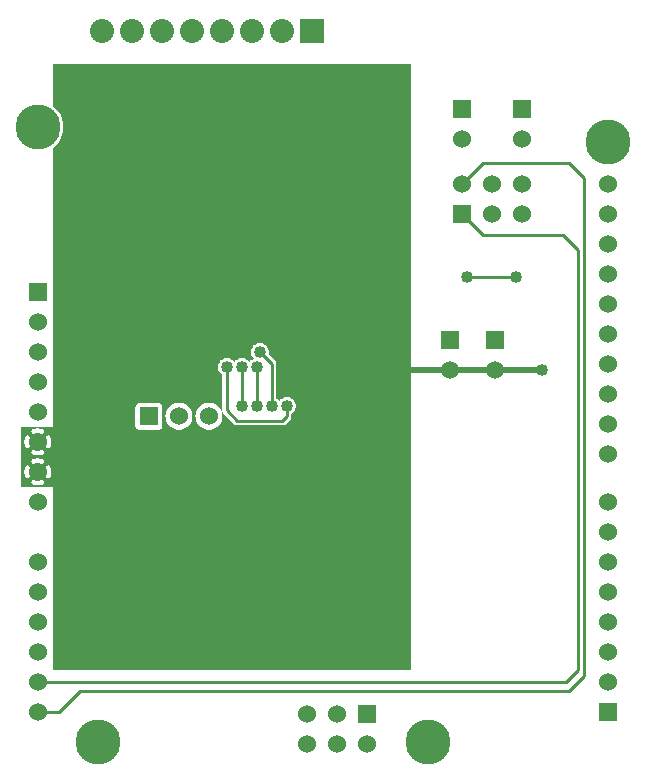
<source format=gbr>
G04 start of page 3 for group 1 idx 1 *
G04 Title: (unknown), solder *
G04 Creator: pcb 20110918 *
G04 CreationDate: Sat 02 Feb 2013 09:15:24 PM GMT UTC *
G04 For: petersen *
G04 Format: Gerber/RS-274X *
G04 PCB-Dimensions: 210000 270000 *
G04 PCB-Coordinate-Origin: lower left *
%MOIN*%
%FSLAX25Y25*%
%LNBOTTOM*%
%ADD40C,0.0480*%
%ADD39C,0.1285*%
%ADD38C,0.0380*%
%ADD37C,0.0400*%
%ADD36C,0.0800*%
%ADD35C,0.1500*%
%ADD34C,0.0600*%
%ADD33C,0.0200*%
%ADD32C,0.0100*%
%ADD31C,0.0001*%
G54D31*G36*
X82995Y236000D02*X134500D01*
Y34000D01*
X82995D01*
Y115500D01*
X91441D01*
X91500Y115495D01*
X91735Y115514D01*
X91735Y115514D01*
X91965Y115569D01*
X92183Y115659D01*
X92384Y115783D01*
X92564Y115936D01*
X92602Y115981D01*
X94019Y117398D01*
X94064Y117436D01*
X94217Y117615D01*
X94217Y117616D01*
X94341Y117817D01*
X94431Y118035D01*
X94486Y118265D01*
X94505Y118500D01*
X94500Y118559D01*
Y119401D01*
X94769Y119565D01*
X95128Y119872D01*
X95435Y120231D01*
X95681Y120634D01*
X95862Y121070D01*
X95972Y121529D01*
X96000Y122000D01*
X95972Y122471D01*
X95862Y122930D01*
X95681Y123366D01*
X95435Y123769D01*
X95128Y124128D01*
X94769Y124435D01*
X94366Y124681D01*
X93930Y124862D01*
X93471Y124972D01*
X93000Y125009D01*
X92529Y124972D01*
X92070Y124862D01*
X91634Y124681D01*
X91231Y124435D01*
X90872Y124128D01*
X90565Y123769D01*
X90500Y123662D01*
X90435Y123769D01*
X90128Y124128D01*
X89769Y124435D01*
X89500Y124599D01*
Y135941D01*
X89505Y136000D01*
X89486Y136235D01*
X89486Y136235D01*
X89431Y136465D01*
X89341Y136683D01*
X89217Y136884D01*
X89064Y137064D01*
X89019Y137102D01*
X86899Y139223D01*
X86972Y139529D01*
X87000Y140000D01*
X86972Y140471D01*
X86862Y140930D01*
X86681Y141366D01*
X86435Y141769D01*
X86128Y142128D01*
X85769Y142435D01*
X85366Y142681D01*
X84930Y142862D01*
X84471Y142972D01*
X84000Y143009D01*
X83529Y142972D01*
X83070Y142862D01*
X82995Y142831D01*
Y236000D01*
G37*
G36*
X66993D02*X82995D01*
Y142831D01*
X82634Y142681D01*
X82231Y142435D01*
X81872Y142128D01*
X81565Y141769D01*
X81319Y141366D01*
X81138Y140930D01*
X81028Y140471D01*
X80991Y140000D01*
X81028Y139529D01*
X81138Y139070D01*
X81319Y138634D01*
X81565Y138231D01*
X81872Y137872D01*
X81945Y137810D01*
X81634Y137681D01*
X81231Y137435D01*
X80872Y137128D01*
X80565Y136769D01*
X80500Y136662D01*
X80435Y136769D01*
X80128Y137128D01*
X79769Y137435D01*
X79366Y137681D01*
X78930Y137862D01*
X78471Y137972D01*
X78000Y138009D01*
X77529Y137972D01*
X77070Y137862D01*
X76634Y137681D01*
X76231Y137435D01*
X75872Y137128D01*
X75565Y136769D01*
X75500Y136662D01*
X75435Y136769D01*
X75128Y137128D01*
X74769Y137435D01*
X74366Y137681D01*
X73930Y137862D01*
X73471Y137972D01*
X73000Y138009D01*
X72529Y137972D01*
X72070Y137862D01*
X71634Y137681D01*
X71231Y137435D01*
X70872Y137128D01*
X70565Y136769D01*
X70319Y136366D01*
X70138Y135930D01*
X70028Y135471D01*
X69991Y135000D01*
X70028Y134529D01*
X70138Y134070D01*
X70319Y133634D01*
X70565Y133231D01*
X70872Y132872D01*
X71231Y132565D01*
X71500Y132401D01*
Y120559D01*
X71495Y120500D01*
X71514Y120265D01*
X71569Y120035D01*
X71659Y119817D01*
X71783Y119616D01*
X71783Y119615D01*
X71936Y119436D01*
X71981Y119398D01*
X75398Y115981D01*
X75436Y115936D01*
X75615Y115783D01*
X75616Y115783D01*
X75817Y115659D01*
X76035Y115569D01*
X76265Y115514D01*
X76500Y115495D01*
X76559Y115500D01*
X82995D01*
Y34000D01*
X66993D01*
Y113987D01*
X67000Y113986D01*
X67706Y114042D01*
X68395Y114207D01*
X69049Y114478D01*
X69653Y114848D01*
X70192Y115308D01*
X70652Y115847D01*
X71022Y116451D01*
X71293Y117105D01*
X71458Y117794D01*
X71500Y118500D01*
X71458Y119206D01*
X71293Y119895D01*
X71022Y120549D01*
X70652Y121153D01*
X70192Y121692D01*
X69653Y122152D01*
X69049Y122522D01*
X68395Y122793D01*
X67706Y122958D01*
X67000Y123014D01*
X66993Y123013D01*
Y236000D01*
G37*
G36*
X56993D02*X66993D01*
Y123013D01*
X66294Y122958D01*
X65605Y122793D01*
X64951Y122522D01*
X64347Y122152D01*
X63808Y121692D01*
X63348Y121153D01*
X62978Y120549D01*
X62707Y119895D01*
X62542Y119206D01*
X62486Y118500D01*
X62542Y117794D01*
X62707Y117105D01*
X62978Y116451D01*
X63348Y115847D01*
X63808Y115308D01*
X64347Y114848D01*
X64951Y114478D01*
X65605Y114207D01*
X66294Y114042D01*
X66993Y113987D01*
Y34000D01*
X56993D01*
Y113987D01*
X57000Y113986D01*
X57706Y114042D01*
X58395Y114207D01*
X59049Y114478D01*
X59653Y114848D01*
X60192Y115308D01*
X60652Y115847D01*
X61022Y116451D01*
X61293Y117105D01*
X61458Y117794D01*
X61500Y118500D01*
X61458Y119206D01*
X61293Y119895D01*
X61022Y120549D01*
X60652Y121153D01*
X60192Y121692D01*
X59653Y122152D01*
X59049Y122522D01*
X58395Y122793D01*
X57706Y122958D01*
X57000Y123014D01*
X56993Y123013D01*
Y236000D01*
G37*
G36*
X47000D02*X56993D01*
Y123013D01*
X56294Y122958D01*
X55605Y122793D01*
X54951Y122522D01*
X54347Y122152D01*
X53808Y121692D01*
X53348Y121153D01*
X52978Y120549D01*
X52707Y119895D01*
X52542Y119206D01*
X52486Y118500D01*
X52542Y117794D01*
X52707Y117105D01*
X52978Y116451D01*
X53348Y115847D01*
X53808Y115308D01*
X54347Y114848D01*
X54951Y114478D01*
X55605Y114207D01*
X56294Y114042D01*
X56993Y113987D01*
Y34000D01*
X47000D01*
Y114007D01*
X50235Y114014D01*
X50465Y114069D01*
X50683Y114159D01*
X50884Y114283D01*
X51064Y114436D01*
X51217Y114616D01*
X51341Y114817D01*
X51431Y115035D01*
X51486Y115265D01*
X51500Y115500D01*
X51486Y121735D01*
X51431Y121965D01*
X51341Y122183D01*
X51217Y122384D01*
X51064Y122564D01*
X50884Y122717D01*
X50683Y122841D01*
X50465Y122931D01*
X50235Y122986D01*
X50000Y123000D01*
X47000Y122993D01*
Y236000D01*
G37*
G36*
X15000D02*X47000D01*
Y122993D01*
X43765Y122986D01*
X43535Y122931D01*
X43317Y122841D01*
X43116Y122717D01*
X42936Y122564D01*
X42783Y122384D01*
X42659Y122183D01*
X42569Y121965D01*
X42514Y121735D01*
X42500Y121500D01*
X42514Y115265D01*
X42569Y115035D01*
X42659Y114817D01*
X42783Y114616D01*
X42936Y114436D01*
X43116Y114283D01*
X43317Y114159D01*
X43535Y114069D01*
X43765Y114014D01*
X44000Y114000D01*
X47000Y114007D01*
Y34000D01*
X15000D01*
Y208095D01*
X15012Y208102D01*
X16029Y208971D01*
X16898Y209988D01*
X17597Y211129D01*
X18109Y212365D01*
X18421Y213666D01*
X18500Y215000D01*
X18421Y216334D01*
X18109Y217635D01*
X17597Y218871D01*
X16898Y220012D01*
X16029Y221029D01*
X15012Y221898D01*
X15000Y221905D01*
Y236000D01*
G37*
G36*
X13613Y115000D02*X22500D01*
Y95000D01*
X13613D01*
Y97853D01*
X13656Y97860D01*
X13768Y97897D01*
X13873Y97952D01*
X13968Y98022D01*
X14051Y98106D01*
X14119Y98202D01*
X14170Y98308D01*
X14318Y98716D01*
X14422Y99137D01*
X14484Y99567D01*
X14505Y100000D01*
X14484Y100433D01*
X14422Y100863D01*
X14318Y101284D01*
X14175Y101694D01*
X14122Y101800D01*
X14053Y101896D01*
X13970Y101981D01*
X13875Y102051D01*
X13769Y102106D01*
X13657Y102143D01*
X13613Y102151D01*
Y107853D01*
X13656Y107860D01*
X13768Y107897D01*
X13873Y107952D01*
X13968Y108022D01*
X14051Y108106D01*
X14119Y108202D01*
X14170Y108308D01*
X14318Y108716D01*
X14422Y109137D01*
X14484Y109567D01*
X14505Y110000D01*
X14484Y110433D01*
X14422Y110863D01*
X14318Y111284D01*
X14175Y111694D01*
X14122Y111800D01*
X14053Y111896D01*
X13970Y111981D01*
X13875Y112051D01*
X13769Y112106D01*
X13657Y112143D01*
X13613Y112151D01*
Y115000D01*
G37*
G36*
X10002D02*X13613D01*
Y112151D01*
X13540Y112163D01*
X13421Y112164D01*
X13304Y112146D01*
X13191Y112110D01*
X13085Y112057D01*
X12988Y111988D01*
X12904Y111905D01*
X12833Y111809D01*
X12779Y111704D01*
X12741Y111592D01*
X12722Y111475D01*
X12721Y111356D01*
X12739Y111239D01*
X12777Y111126D01*
X12876Y110855D01*
X12944Y110575D01*
X12986Y110289D01*
X13000Y110000D01*
X12986Y109711D01*
X12944Y109425D01*
X12876Y109145D01*
X12780Y108872D01*
X12742Y108761D01*
X12725Y108644D01*
X12725Y108526D01*
X12745Y108409D01*
X12782Y108297D01*
X12836Y108193D01*
X12906Y108098D01*
X12991Y108015D01*
X13087Y107946D01*
X13192Y107893D01*
X13305Y107857D01*
X13421Y107840D01*
X13539Y107841D01*
X13613Y107853D01*
Y102151D01*
X13540Y102163D01*
X13421Y102164D01*
X13304Y102146D01*
X13191Y102110D01*
X13085Y102057D01*
X12988Y101988D01*
X12904Y101905D01*
X12833Y101809D01*
X12779Y101704D01*
X12741Y101592D01*
X12722Y101475D01*
X12721Y101356D01*
X12739Y101239D01*
X12777Y101126D01*
X12876Y100855D01*
X12944Y100575D01*
X12986Y100289D01*
X13000Y100000D01*
X12986Y99711D01*
X12944Y99425D01*
X12876Y99145D01*
X12780Y98872D01*
X12742Y98761D01*
X12725Y98644D01*
X12725Y98526D01*
X12745Y98409D01*
X12782Y98297D01*
X12836Y98193D01*
X12906Y98098D01*
X12991Y98015D01*
X13087Y97946D01*
X13192Y97893D01*
X13305Y97857D01*
X13421Y97840D01*
X13539Y97841D01*
X13613Y97853D01*
Y95000D01*
X10002D01*
Y95495D01*
X10433Y95516D01*
X10863Y95578D01*
X11284Y95682D01*
X11694Y95825D01*
X11800Y95878D01*
X11896Y95947D01*
X11981Y96030D01*
X12051Y96125D01*
X12106Y96231D01*
X12143Y96343D01*
X12163Y96460D01*
X12164Y96579D01*
X12146Y96696D01*
X12110Y96809D01*
X12057Y96915D01*
X11988Y97012D01*
X11905Y97096D01*
X11809Y97167D01*
X11704Y97221D01*
X11592Y97259D01*
X11475Y97278D01*
X11356Y97279D01*
X11239Y97261D01*
X11126Y97223D01*
X10855Y97124D01*
X10575Y97056D01*
X10289Y97014D01*
X10002Y97000D01*
Y103000D01*
X10289Y102986D01*
X10575Y102944D01*
X10855Y102876D01*
X11128Y102780D01*
X11239Y102742D01*
X11356Y102725D01*
X11474Y102725D01*
X11591Y102745D01*
X11703Y102782D01*
X11807Y102836D01*
X11902Y102906D01*
X11985Y102991D01*
X12054Y103087D01*
X12107Y103192D01*
X12143Y103305D01*
X12160Y103421D01*
X12159Y103539D01*
X12140Y103656D01*
X12103Y103768D01*
X12048Y103873D01*
X11978Y103968D01*
X11894Y104051D01*
X11798Y104119D01*
X11692Y104170D01*
X11284Y104318D01*
X10863Y104422D01*
X10433Y104484D01*
X10002Y104505D01*
Y105495D01*
X10433Y105516D01*
X10863Y105578D01*
X11284Y105682D01*
X11694Y105825D01*
X11800Y105878D01*
X11896Y105947D01*
X11981Y106030D01*
X12051Y106125D01*
X12106Y106231D01*
X12143Y106343D01*
X12163Y106460D01*
X12164Y106579D01*
X12146Y106696D01*
X12110Y106809D01*
X12057Y106915D01*
X11988Y107012D01*
X11905Y107096D01*
X11809Y107167D01*
X11704Y107221D01*
X11592Y107259D01*
X11475Y107278D01*
X11356Y107279D01*
X11239Y107261D01*
X11126Y107223D01*
X10855Y107124D01*
X10575Y107056D01*
X10289Y107014D01*
X10002Y107000D01*
Y113000D01*
X10289Y112986D01*
X10575Y112944D01*
X10855Y112876D01*
X11128Y112780D01*
X11239Y112742D01*
X11356Y112725D01*
X11474Y112725D01*
X11591Y112745D01*
X11703Y112782D01*
X11807Y112836D01*
X11902Y112906D01*
X11985Y112991D01*
X12054Y113087D01*
X12107Y113192D01*
X12143Y113305D01*
X12160Y113421D01*
X12159Y113539D01*
X12140Y113656D01*
X12103Y113768D01*
X12048Y113873D01*
X11978Y113968D01*
X11894Y114051D01*
X11798Y114119D01*
X11692Y114170D01*
X11284Y114318D01*
X10863Y114422D01*
X10433Y114484D01*
X10002Y114505D01*
Y115000D01*
G37*
G36*
X6387D02*X10002D01*
Y114505D01*
X10000Y114505D01*
X9567Y114484D01*
X9137Y114422D01*
X8716Y114318D01*
X8306Y114175D01*
X8200Y114122D01*
X8104Y114053D01*
X8019Y113970D01*
X7949Y113875D01*
X7894Y113769D01*
X7857Y113657D01*
X7837Y113540D01*
X7836Y113421D01*
X7854Y113304D01*
X7890Y113191D01*
X7943Y113085D01*
X8012Y112988D01*
X8095Y112904D01*
X8191Y112833D01*
X8296Y112779D01*
X8408Y112741D01*
X8525Y112722D01*
X8644Y112721D01*
X8761Y112739D01*
X8874Y112777D01*
X9145Y112876D01*
X9425Y112944D01*
X9711Y112986D01*
X10000Y113000D01*
X10002Y113000D01*
Y107000D01*
X10000Y107000D01*
X9711Y107014D01*
X9425Y107056D01*
X9145Y107124D01*
X8872Y107220D01*
X8761Y107258D01*
X8644Y107275D01*
X8526Y107275D01*
X8409Y107255D01*
X8297Y107218D01*
X8193Y107164D01*
X8098Y107094D01*
X8015Y107009D01*
X7946Y106913D01*
X7893Y106808D01*
X7857Y106695D01*
X7840Y106579D01*
X7841Y106461D01*
X7860Y106344D01*
X7897Y106232D01*
X7952Y106127D01*
X8022Y106032D01*
X8106Y105949D01*
X8202Y105881D01*
X8308Y105830D01*
X8716Y105682D01*
X9137Y105578D01*
X9567Y105516D01*
X10000Y105495D01*
X10002Y105495D01*
Y104505D01*
X10000Y104505D01*
X9567Y104484D01*
X9137Y104422D01*
X8716Y104318D01*
X8306Y104175D01*
X8200Y104122D01*
X8104Y104053D01*
X8019Y103970D01*
X7949Y103875D01*
X7894Y103769D01*
X7857Y103657D01*
X7837Y103540D01*
X7836Y103421D01*
X7854Y103304D01*
X7890Y103191D01*
X7943Y103085D01*
X8012Y102988D01*
X8095Y102904D01*
X8191Y102833D01*
X8296Y102779D01*
X8408Y102741D01*
X8525Y102722D01*
X8644Y102721D01*
X8761Y102739D01*
X8874Y102777D01*
X9145Y102876D01*
X9425Y102944D01*
X9711Y102986D01*
X10000Y103000D01*
X10002Y103000D01*
Y97000D01*
X10000Y97000D01*
X9711Y97014D01*
X9425Y97056D01*
X9145Y97124D01*
X8872Y97220D01*
X8761Y97258D01*
X8644Y97275D01*
X8526Y97275D01*
X8409Y97255D01*
X8297Y97218D01*
X8193Y97164D01*
X8098Y97094D01*
X8015Y97009D01*
X7946Y96913D01*
X7893Y96808D01*
X7857Y96695D01*
X7840Y96579D01*
X7841Y96461D01*
X7860Y96344D01*
X7897Y96232D01*
X7952Y96127D01*
X8022Y96032D01*
X8106Y95949D01*
X8202Y95881D01*
X8308Y95830D01*
X8716Y95682D01*
X9137Y95578D01*
X9567Y95516D01*
X10000Y95495D01*
X10002Y95495D01*
Y95000D01*
X6387D01*
Y97849D01*
X6460Y97837D01*
X6579Y97836D01*
X6696Y97854D01*
X6809Y97890D01*
X6915Y97943D01*
X7012Y98012D01*
X7096Y98095D01*
X7167Y98191D01*
X7221Y98296D01*
X7259Y98408D01*
X7278Y98525D01*
X7279Y98644D01*
X7261Y98761D01*
X7223Y98874D01*
X7124Y99145D01*
X7056Y99425D01*
X7014Y99711D01*
X7000Y100000D01*
X7014Y100289D01*
X7056Y100575D01*
X7124Y100855D01*
X7220Y101128D01*
X7258Y101239D01*
X7275Y101356D01*
X7275Y101474D01*
X7255Y101591D01*
X7218Y101703D01*
X7164Y101807D01*
X7094Y101902D01*
X7009Y101985D01*
X6913Y102054D01*
X6808Y102107D01*
X6695Y102143D01*
X6579Y102160D01*
X6461Y102159D01*
X6387Y102147D01*
Y107849D01*
X6460Y107837D01*
X6579Y107836D01*
X6696Y107854D01*
X6809Y107890D01*
X6915Y107943D01*
X7012Y108012D01*
X7096Y108095D01*
X7167Y108191D01*
X7221Y108296D01*
X7259Y108408D01*
X7278Y108525D01*
X7279Y108644D01*
X7261Y108761D01*
X7223Y108874D01*
X7124Y109145D01*
X7056Y109425D01*
X7014Y109711D01*
X7000Y110000D01*
X7014Y110289D01*
X7056Y110575D01*
X7124Y110855D01*
X7220Y111128D01*
X7258Y111239D01*
X7275Y111356D01*
X7275Y111474D01*
X7255Y111591D01*
X7218Y111703D01*
X7164Y111807D01*
X7094Y111902D01*
X7009Y111985D01*
X6913Y112054D01*
X6808Y112107D01*
X6695Y112143D01*
X6579Y112160D01*
X6461Y112159D01*
X6387Y112147D01*
Y115000D01*
G37*
G36*
X4500D02*X6387D01*
Y112147D01*
X6344Y112140D01*
X6232Y112103D01*
X6127Y112048D01*
X6032Y111978D01*
X5949Y111894D01*
X5881Y111798D01*
X5830Y111692D01*
X5682Y111284D01*
X5578Y110863D01*
X5516Y110433D01*
X5495Y110000D01*
X5516Y109567D01*
X5578Y109137D01*
X5682Y108716D01*
X5825Y108306D01*
X5878Y108200D01*
X5947Y108104D01*
X6030Y108019D01*
X6125Y107949D01*
X6231Y107894D01*
X6343Y107857D01*
X6387Y107849D01*
Y102147D01*
X6344Y102140D01*
X6232Y102103D01*
X6127Y102048D01*
X6032Y101978D01*
X5949Y101894D01*
X5881Y101798D01*
X5830Y101692D01*
X5682Y101284D01*
X5578Y100863D01*
X5516Y100433D01*
X5495Y100000D01*
X5516Y99567D01*
X5578Y99137D01*
X5682Y98716D01*
X5825Y98306D01*
X5878Y98200D01*
X5947Y98104D01*
X6030Y98019D01*
X6125Y97949D01*
X6231Y97894D01*
X6343Y97857D01*
X6387Y97849D01*
Y95000D01*
X4500D01*
Y115000D01*
G37*
G54D32*X192000Y32000D02*Y198000D01*
X190000Y34000D02*Y174000D01*
X153000Y165000D02*X169500D01*
G54D33*X178000Y134000D02*X129000D01*
G54D32*X187000Y27000D02*X192000Y32000D01*
X78000Y135000D02*Y122000D01*
X83000Y135000D02*Y122000D01*
X84000Y140000D02*X88000Y136000D01*
Y122000D01*
X73000Y135000D02*Y120500D01*
X76500Y117000D01*
X91500D01*
X93000Y118500D01*
Y122000D01*
X192000Y198000D02*X187000Y203000D01*
X158500D01*
X151500Y196000D01*
X190000Y174000D02*X185000Y179000D01*
X158500D01*
X151500Y186000D01*
X10000Y20000D02*X17000D01*
X24000Y27000D01*
X187000D01*
X10000Y30000D02*X186000D01*
X190000Y34000D01*
G54D31*G36*
X197000Y23000D02*Y17000D01*
X203000D01*
Y23000D01*
X197000D01*
G37*
G54D34*X200000Y30000D03*
Y40000D03*
Y50000D03*
Y60000D03*
Y70000D03*
G54D35*X140000Y10000D03*
G54D34*X119803Y9449D03*
X109803D03*
X99803D03*
G54D31*G36*
X116803Y22449D02*Y16449D01*
X122803D01*
Y22449D01*
X116803D01*
G37*
G54D34*X109803Y19449D03*
X99803D03*
X10000Y130000D03*
Y120000D03*
Y110000D03*
Y100000D03*
G54D31*G36*
X7000Y163000D02*Y157000D01*
X13000D01*
Y163000D01*
X7000D01*
G37*
G54D34*X10000Y150000D03*
Y140000D03*
G54D35*Y215000D03*
G54D31*G36*
X44000Y121500D02*Y115500D01*
X50000D01*
Y121500D01*
X44000D01*
G37*
G54D34*X57000Y118500D03*
X67000D03*
X200000Y80000D03*
Y90000D03*
Y106000D03*
Y116000D03*
X10000Y90000D03*
Y70000D03*
Y60000D03*
Y50000D03*
Y40000D03*
Y30000D03*
Y20000D03*
G54D35*X30000Y10000D03*
G54D34*X200000Y126000D03*
Y136000D03*
Y146000D03*
Y156000D03*
Y166000D03*
Y176000D03*
G54D31*G36*
X159500Y147000D02*Y141000D01*
X165500D01*
Y147000D01*
X159500D01*
G37*
G54D34*X162500Y134000D03*
G54D31*G36*
X144500Y147000D02*Y141000D01*
X150500D01*
Y147000D01*
X144500D01*
G37*
G54D34*X147500Y134000D03*
X200000Y186000D03*
Y196000D03*
G54D35*Y210000D03*
G54D31*G36*
X148500Y189000D02*Y183000D01*
X154500D01*
Y189000D01*
X148500D01*
G37*
G54D34*X161500Y186000D03*
X171500D03*
X151500Y196000D03*
X161500D03*
X171500D03*
G54D31*G36*
X168500Y224000D02*Y218000D01*
X174500D01*
Y224000D01*
X168500D01*
G37*
G54D34*X171500Y211000D03*
G54D31*G36*
X148500Y224000D02*Y218000D01*
X154500D01*
Y224000D01*
X148500D01*
G37*
G54D34*X151500Y211000D03*
G54D31*G36*
X97500Y251000D02*Y243000D01*
X105500D01*
Y251000D01*
X97500D01*
G37*
G54D36*X91500Y247000D03*
X81500D03*
X71500D03*
X61500D03*
X51500D03*
X41500D03*
X31500D03*
G54D37*X169500Y165000D03*
X153000D03*
X178000Y134000D03*
X42000Y111000D03*
Y105000D03*
Y99000D03*
X18000Y105000D03*
X23500D03*
X29000D03*
X55000Y178500D03*
X50000D03*
X45000D03*
X40000D03*
Y172500D03*
X55000Y166500D03*
Y154500D03*
X50000Y166500D03*
X45000D03*
X40000D03*
X50000Y154500D03*
X45000D03*
X40000D03*
Y160500D03*
X90000Y145500D03*
X83000Y135000D03*
X84000Y140000D03*
X95000Y145500D03*
X81000Y167000D03*
Y171500D03*
X86000Y167000D03*
Y171500D03*
X81000Y176000D03*
X86000D03*
X73000Y135000D03*
X78000D03*
Y122000D03*
X83000D03*
X88000D03*
X93000D03*
G54D33*G54D38*G54D39*G54D38*G54D39*G54D38*G54D39*G54D38*G54D39*G54D38*G54D40*M02*

</source>
